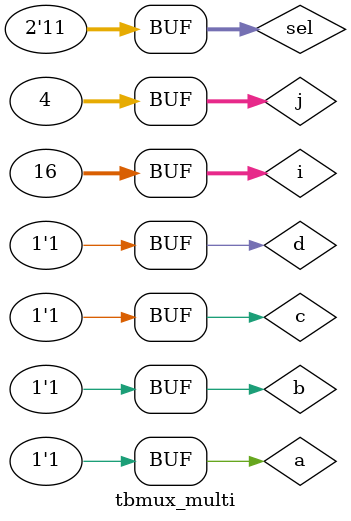
<source format=v>
module tbmux_multi;
	reg a,b,c,d;
	reg [1:0]sel;
	wire y;
	integer i,j;

mux_multi uut (.a(a),.b(b),.c(c),.d(d),.sel(sel),.y(y));

initial begin 
	a=0;
	b=0;
	c=0;
	d=0;
        sel=0;
	for(j=0;j<4;j=j+1)begin
		 {sel[1],sel[0]}=j;

	for (i = 0; i < 16;i= i+1)
	begin
	#10	{a,b,c,d}=i;
	end
   	
end
end
initial begin 
	$dumpfile("out_muxmulti.vcd");
	$dumpvars(0,tbmux_multi);
	$monitor("a=%0b b=%0b c=%0b d=%0b sel=%0b y=%0b",a,b,c,d,sel,y);
	end
	endmodule



</source>
